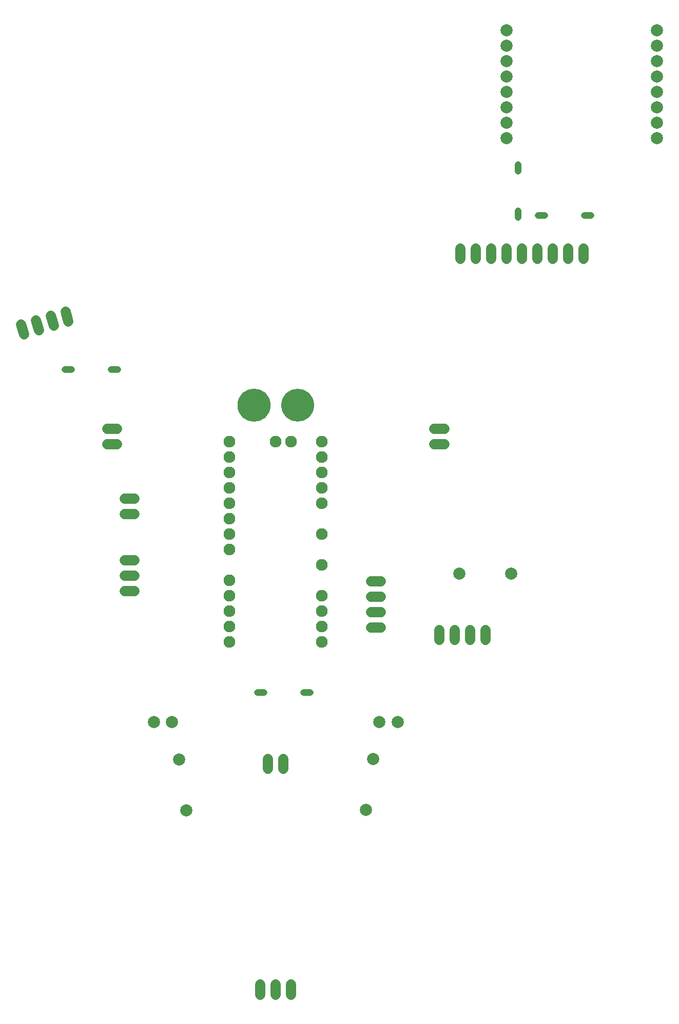
<source format=gbr>
G04 EAGLE Gerber RS-274X export*
G75*
%MOMM*%
%FSLAX34Y34*%
%LPD*%
%INTop Copper*%
%IPPOS*%
%AMOC8*
5,1,8,0,0,1.08239X$1,22.5*%
G01*
G04 Define Apertures*
%ADD10C,1.676400*%
%ADD11C,2.000000*%
%ADD12C,1.930400*%
%ADD13C,1.108000*%
%ADD14C,5.456000*%
%ADD15C,5.416000*%
D10*
X156878Y-1098860D02*
X173642Y-1098860D01*
X173642Y-1124260D02*
X156878Y-1124260D01*
X156878Y-1149660D02*
X173642Y-1149660D01*
X173642Y-1175060D02*
X156878Y-1175060D01*
D11*
X303100Y-1086000D03*
X388100Y-1086000D03*
X201000Y-1331000D03*
X171000Y-1331000D03*
X-201000Y-1331000D03*
X-171000Y-1331000D03*
D12*
X76200Y-1147760D03*
X76200Y-1122360D03*
X76200Y-1071560D03*
X76200Y-1020760D03*
X76200Y-969960D03*
X76200Y-944560D03*
X76200Y-919160D03*
X76200Y-893760D03*
X76200Y-868360D03*
X-76200Y-868360D03*
X-76200Y-893760D03*
X-76200Y-919160D03*
X-76200Y-944560D03*
X-76200Y-969960D03*
X-76200Y-995360D03*
X-76200Y-1020760D03*
X-76200Y-1046160D03*
X-76200Y-1096960D03*
X-76200Y-1122360D03*
X76200Y-1173160D03*
X-76200Y-1147760D03*
X76200Y-1198560D03*
X-76200Y-1198560D03*
X-76200Y-1173160D03*
X0Y-868360D03*
X25400Y-868360D03*
D11*
X148414Y-1476006D03*
X160537Y-1391875D03*
X-147349Y-1476590D03*
X-159326Y-1392438D03*
D10*
X-232918Y-1064100D02*
X-249682Y-1064100D01*
X-249682Y-987900D02*
X-232918Y-987900D01*
X-232918Y-1089500D02*
X-249682Y-1089500D01*
X-249682Y-1114900D02*
X-232918Y-1114900D01*
X-232918Y-962500D02*
X-249682Y-962500D01*
X269400Y-1179218D02*
X269400Y-1195982D01*
X294800Y-1195982D02*
X294800Y-1179218D01*
X320200Y-1179218D02*
X320200Y-1195982D01*
X345600Y-1195982D02*
X345600Y-1179218D01*
D11*
X381000Y-368300D03*
X381000Y-342900D03*
X381000Y-317500D03*
X381000Y-292100D03*
X381000Y-266700D03*
X381000Y-241300D03*
X381000Y-215900D03*
X381000Y-190500D03*
X629000Y-368300D03*
X629000Y-342900D03*
X629000Y-317500D03*
X629000Y-292100D03*
X629000Y-266700D03*
X629000Y-241300D03*
X629000Y-215900D03*
X629000Y-190500D03*
D10*
X406400Y-550418D02*
X406400Y-567182D01*
X431800Y-567182D02*
X431800Y-550418D01*
X457200Y-550418D02*
X457200Y-567182D01*
X482600Y-567182D02*
X482600Y-550418D01*
X508000Y-550418D02*
X508000Y-567182D01*
X381000Y-567182D02*
X381000Y-550418D01*
X355600Y-550418D02*
X355600Y-567182D01*
X330200Y-567182D02*
X330200Y-550418D01*
X304800Y-550418D02*
X304800Y-567182D01*
X-366482Y-677657D02*
X-371102Y-661542D01*
X-346686Y-654541D02*
X-342066Y-670655D01*
X-390898Y-684658D02*
X-395518Y-668543D01*
X-419934Y-675545D02*
X-415314Y-691659D01*
D13*
X-348440Y-749300D02*
X-337360Y-749300D01*
X-272240Y-749300D02*
X-261160Y-749300D01*
X399376Y-498640D02*
X399376Y-487560D01*
X399376Y-422440D02*
X399376Y-411360D01*
X432610Y-495000D02*
X443690Y-495000D01*
X508810Y-495000D02*
X519890Y-495000D01*
X56340Y-1281900D02*
X45260Y-1281900D01*
X-19860Y-1281900D02*
X-30940Y-1281900D01*
D10*
X-25400Y-1763518D02*
X-25400Y-1780282D01*
X0Y-1780282D02*
X0Y-1763518D01*
X25400Y-1763518D02*
X25400Y-1780282D01*
X-261618Y-872700D02*
X-278382Y-872700D01*
X-278382Y-847300D02*
X-261618Y-847300D01*
X12700Y-1391618D02*
X12700Y-1408382D01*
X-12700Y-1408382D02*
X-12700Y-1391618D01*
X261618Y-847300D02*
X278382Y-847300D01*
X278382Y-872700D02*
X261618Y-872700D01*
D14*
X-36220Y-808500D03*
D15*
X35780Y-808500D03*
M02*

</source>
